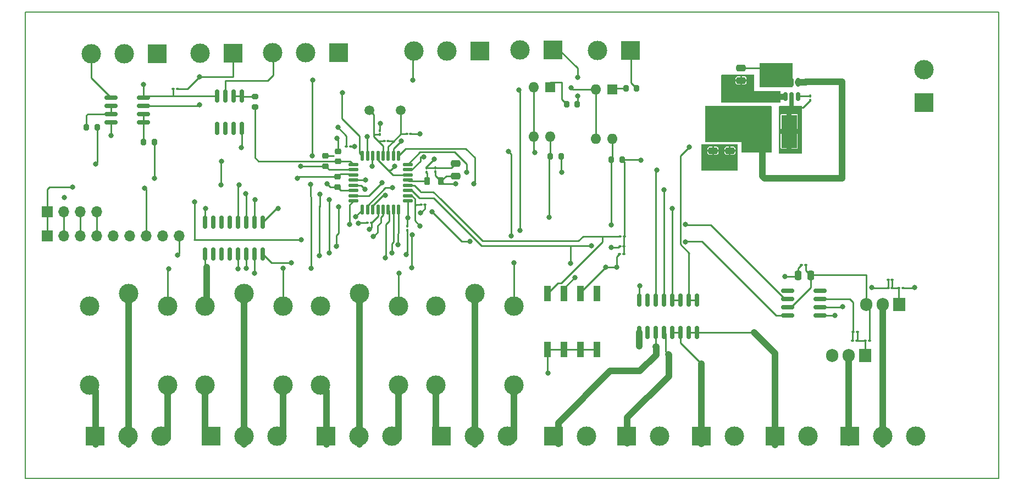
<source format=gbr>
%TF.GenerationSoftware,KiCad,Pcbnew,(6.0.6)*%
%TF.CreationDate,2022-07-22T23:00:37-04:00*%
%TF.ProjectId,Proyecto,50726f79-6563-4746-9f2e-6b696361645f,rev?*%
%TF.SameCoordinates,Original*%
%TF.FileFunction,Copper,L1,Top*%
%TF.FilePolarity,Positive*%
%FSLAX46Y46*%
G04 Gerber Fmt 4.6, Leading zero omitted, Abs format (unit mm)*
G04 Created by KiCad (PCBNEW (6.0.6)) date 2022-07-22 23:00:37*
%MOMM*%
%LPD*%
G01*
G04 APERTURE LIST*
G04 Aperture macros list*
%AMRoundRect*
0 Rectangle with rounded corners*
0 $1 Rounding radius*
0 $2 $3 $4 $5 $6 $7 $8 $9 X,Y pos of 4 corners*
0 Add a 4 corners polygon primitive as box body*
4,1,4,$2,$3,$4,$5,$6,$7,$8,$9,$2,$3,0*
0 Add four circle primitives for the rounded corners*
1,1,$1+$1,$2,$3*
1,1,$1+$1,$4,$5*
1,1,$1+$1,$6,$7*
1,1,$1+$1,$8,$9*
0 Add four rect primitives between the rounded corners*
20,1,$1+$1,$2,$3,$4,$5,0*
20,1,$1+$1,$4,$5,$6,$7,0*
20,1,$1+$1,$6,$7,$8,$9,0*
20,1,$1+$1,$8,$9,$2,$3,0*%
G04 Aperture macros list end*
%TA.AperFunction,NonConductor*%
%ADD10C,0.200000*%
%TD*%
%TA.AperFunction,ComponentPad*%
%ADD11R,3.000000X3.000000*%
%TD*%
%TA.AperFunction,ComponentPad*%
%ADD12C,3.000000*%
%TD*%
%TA.AperFunction,ComponentPad*%
%ADD13R,1.905000X2.000000*%
%TD*%
%TA.AperFunction,ComponentPad*%
%ADD14O,1.905000X2.000000*%
%TD*%
%TA.AperFunction,SMDPad,CuDef*%
%ADD15RoundRect,0.100000X0.130000X0.100000X-0.130000X0.100000X-0.130000X-0.100000X0.130000X-0.100000X0*%
%TD*%
%TA.AperFunction,ComponentPad*%
%ADD16R,1.700000X1.700000*%
%TD*%
%TA.AperFunction,ComponentPad*%
%ADD17O,1.700000X1.700000*%
%TD*%
%TA.AperFunction,SMDPad,CuDef*%
%ADD18RoundRect,0.150000X0.825000X0.150000X-0.825000X0.150000X-0.825000X-0.150000X0.825000X-0.150000X0*%
%TD*%
%TA.AperFunction,SMDPad,CuDef*%
%ADD19RoundRect,0.150000X-0.150000X0.825000X-0.150000X-0.825000X0.150000X-0.825000X0.150000X0.825000X0*%
%TD*%
%TA.AperFunction,SMDPad,CuDef*%
%ADD20R,1.120000X2.440000*%
%TD*%
%TA.AperFunction,SMDPad,CuDef*%
%ADD21RoundRect,0.100000X-0.130000X-0.100000X0.130000X-0.100000X0.130000X0.100000X-0.130000X0.100000X0*%
%TD*%
%TA.AperFunction,SMDPad,CuDef*%
%ADD22RoundRect,0.225000X0.250000X-0.225000X0.250000X0.225000X-0.250000X0.225000X-0.250000X-0.225000X0*%
%TD*%
%TA.AperFunction,SMDPad,CuDef*%
%ADD23RoundRect,0.150000X-0.150000X0.512500X-0.150000X-0.512500X0.150000X-0.512500X0.150000X0.512500X0*%
%TD*%
%TA.AperFunction,SMDPad,CuDef*%
%ADD24RoundRect,0.100000X-0.100000X0.130000X-0.100000X-0.130000X0.100000X-0.130000X0.100000X0.130000X0*%
%TD*%
%TA.AperFunction,SMDPad,CuDef*%
%ADD25RoundRect,0.200000X-0.200000X-0.275000X0.200000X-0.275000X0.200000X0.275000X-0.200000X0.275000X0*%
%TD*%
%TA.AperFunction,SMDPad,CuDef*%
%ADD26RoundRect,0.218750X0.218750X0.381250X-0.218750X0.381250X-0.218750X-0.381250X0.218750X-0.381250X0*%
%TD*%
%TA.AperFunction,SMDPad,CuDef*%
%ADD27R,2.350000X5.100000*%
%TD*%
%TA.AperFunction,SMDPad,CuDef*%
%ADD28RoundRect,0.250000X-0.475000X0.250000X-0.475000X-0.250000X0.475000X-0.250000X0.475000X0.250000X0*%
%TD*%
%TA.AperFunction,SMDPad,CuDef*%
%ADD29RoundRect,0.200000X0.200000X0.275000X-0.200000X0.275000X-0.200000X-0.275000X0.200000X-0.275000X0*%
%TD*%
%TA.AperFunction,SMDPad,CuDef*%
%ADD30RoundRect,0.125000X-0.625000X-0.125000X0.625000X-0.125000X0.625000X0.125000X-0.625000X0.125000X0*%
%TD*%
%TA.AperFunction,SMDPad,CuDef*%
%ADD31RoundRect,0.125000X-0.125000X-0.625000X0.125000X-0.625000X0.125000X0.625000X-0.125000X0.625000X0*%
%TD*%
%TA.AperFunction,ComponentPad*%
%ADD32C,1.500000*%
%TD*%
%TA.AperFunction,SMDPad,CuDef*%
%ADD33RoundRect,0.100000X0.100000X-0.130000X0.100000X0.130000X-0.100000X0.130000X-0.100000X-0.130000X0*%
%TD*%
%TA.AperFunction,SMDPad,CuDef*%
%ADD34RoundRect,0.250000X0.475000X-0.250000X0.475000X0.250000X-0.475000X0.250000X-0.475000X-0.250000X0*%
%TD*%
%TA.AperFunction,ComponentPad*%
%ADD35R,1.600000X1.600000*%
%TD*%
%TA.AperFunction,ComponentPad*%
%ADD36O,1.600000X1.600000*%
%TD*%
%TA.AperFunction,SMDPad,CuDef*%
%ADD37RoundRect,0.200000X-0.275000X0.200000X-0.275000X-0.200000X0.275000X-0.200000X0.275000X0.200000X0*%
%TD*%
%TA.AperFunction,SMDPad,CuDef*%
%ADD38RoundRect,0.225000X-0.250000X0.225000X-0.250000X-0.225000X0.250000X-0.225000X0.250000X0.225000X0*%
%TD*%
%TA.AperFunction,SMDPad,CuDef*%
%ADD39RoundRect,0.250000X-0.250000X-0.475000X0.250000X-0.475000X0.250000X0.475000X-0.250000X0.475000X0*%
%TD*%
%TA.AperFunction,SMDPad,CuDef*%
%ADD40RoundRect,0.150000X-0.825000X-0.150000X0.825000X-0.150000X0.825000X0.150000X-0.825000X0.150000X0*%
%TD*%
%TA.AperFunction,ViaPad*%
%ADD41C,0.800000*%
%TD*%
%TA.AperFunction,Conductor*%
%ADD42C,0.250000*%
%TD*%
%TA.AperFunction,Conductor*%
%ADD43C,1.016000*%
%TD*%
%TA.AperFunction,Conductor*%
%ADD44C,0.889000*%
%TD*%
%TA.AperFunction,Conductor*%
%ADD45C,0.254000*%
%TD*%
%TA.AperFunction,Conductor*%
%ADD46C,0.635000*%
%TD*%
G04 APERTURE END LIST*
D10*
X74776382Y-44995000D02*
X224776382Y-44995000D01*
X224776382Y-44995000D02*
X224776382Y-116995000D01*
X224776382Y-116995000D02*
X74776382Y-116995000D01*
X74776382Y-116995000D02*
X74776382Y-44995000D01*
D11*
%TO.P,J3,1,Pin_1*%
%TO.N,Net-(J3-Pad1)*%
X201776382Y-110475000D03*
D12*
%TO.P,J3,2,Pin_2*%
%TO.N,Net-(J3-Pad2)*%
X206856382Y-110475000D03*
%TO.P,J3,3,Pin_3*%
%TO.N,GND*%
X211936382Y-110475000D03*
%TD*%
D13*
%TO.P,Q1,1,G*%
%TO.N,Net-(Q1-Pad1)*%
X204156382Y-97950000D03*
D14*
%TO.P,Q1,2,D*%
%TO.N,Net-(J3-Pad1)*%
X201616382Y-97950000D03*
%TO.P,Q1,3,S*%
%TO.N,GND*%
X199076382Y-97950000D03*
%TD*%
D11*
%TO.P,J4,1,Pin_1*%
%TO.N,Net-(J4-Pad1)*%
X138876382Y-110425000D03*
D12*
%TO.P,J4,2,Pin_2*%
%TO.N,Net-(J4-Pad2)*%
X143956382Y-110425000D03*
%TO.P,J4,3,Pin_3*%
%TO.N,Net-(J4-Pad3)*%
X149036382Y-110425000D03*
%TD*%
D15*
%TO.P,R11,1*%
%TO.N,Reset_pin*%
X124926382Y-65750000D03*
%TO.P,R11,2*%
%TO.N,+5V*%
X124286382Y-65750000D03*
%TD*%
D16*
%TO.P,J13,1,Pin_1*%
%TO.N,+5V*%
X78206382Y-75825000D03*
D17*
%TO.P,J13,2,Pin_2*%
%TO.N,GND*%
X80746382Y-75825000D03*
%TO.P,J13,3,Pin_3*%
%TO.N,SDA*%
X83286382Y-75825000D03*
%TO.P,J13,4,Pin_4*%
%TO.N,SCL*%
X85826382Y-75825000D03*
%TD*%
D18*
%TO.P,U7,1*%
%TO.N,Net-(R7-Pad1)*%
X93006382Y-62030000D03*
%TO.P,U7,2,-*%
X93006382Y-60760000D03*
%TO.P,U7,3,+*%
%TO.N,Net-(J18-Pad1)*%
X93006382Y-59490000D03*
%TO.P,U7,4,V-*%
%TO.N,GND*%
X93006382Y-58220000D03*
%TO.P,U7,5,+*%
%TO.N,Net-(J9-Pad3)*%
X88056382Y-58220000D03*
%TO.P,U7,6,-*%
%TO.N,Net-(R2-Pad1)*%
X88056382Y-59490000D03*
%TO.P,U7,7*%
X88056382Y-60760000D03*
%TO.P,U7,8,V+*%
%TO.N,+5V*%
X88056382Y-62030000D03*
%TD*%
D19*
%TO.P,U1,1,I1*%
%TO.N,Rele1*%
X111401382Y-77400000D03*
%TO.P,U1,2,I2*%
%TO.N,Rele2*%
X110131382Y-77400000D03*
%TO.P,U1,3,I3*%
%TO.N,Rele3*%
X108861382Y-77400000D03*
%TO.P,U1,4,I4*%
%TO.N,Rele4*%
X107591382Y-77400000D03*
%TO.P,U1,5,I5*%
%TO.N,unconnected-(U1-Pad5)*%
X106321382Y-77400000D03*
%TO.P,U1,6,I6*%
%TO.N,unconnected-(U1-Pad6)*%
X105051382Y-77400000D03*
%TO.P,U1,7,I7*%
%TO.N,unconnected-(U1-Pad7)*%
X103781382Y-77400000D03*
%TO.P,U1,8,GND*%
%TO.N,GND*%
X102511382Y-77400000D03*
%TO.P,U1,9,COM*%
%TO.N,+12V*%
X102511382Y-82350000D03*
%TO.P,U1,10,O7*%
%TO.N,unconnected-(U1-Pad10)*%
X103781382Y-82350000D03*
%TO.P,U1,11,O6*%
%TO.N,unconnected-(U1-Pad11)*%
X105051382Y-82350000D03*
%TO.P,U1,12,O5*%
%TO.N,unconnected-(U1-Pad12)*%
X106321382Y-82350000D03*
%TO.P,U1,13,O4*%
%TO.N,Net-(K1-PadA2)*%
X107591382Y-82350000D03*
%TO.P,U1,14,O3*%
%TO.N,Net-(K4-PadA2)*%
X108861382Y-82350000D03*
%TO.P,U1,15,O2*%
%TO.N,Net-(K3-PadA2)*%
X110131382Y-82350000D03*
%TO.P,U1,16,O1*%
%TO.N,Net-(K2-PadA2)*%
X111401382Y-82350000D03*
%TD*%
D20*
%TO.P,SW1,1*%
%TO.N,GND*%
X155271382Y-97060000D03*
%TO.P,SW1,2*%
X157811382Y-97060000D03*
%TO.P,SW1,3*%
X160351382Y-97060000D03*
%TO.P,SW1,4*%
X162891382Y-97060000D03*
%TO.P,SW1,5*%
%TO.N,unconnected-(SW1-Pad5)*%
X162891382Y-88450000D03*
%TO.P,SW1,6*%
%TO.N,Digital_1*%
X160351382Y-88450000D03*
%TO.P,SW1,7*%
%TO.N,Digital*%
X157811382Y-88450000D03*
%TO.P,SW1,8*%
%TO.N,ADC*%
X155271382Y-88450000D03*
%TD*%
D21*
%TO.P,R16,1*%
%TO.N,Net-(U2-Pad7)*%
X202336382Y-94325000D03*
%TO.P,R16,2*%
%TO.N,Net-(Q1-Pad1)*%
X202976382Y-94325000D03*
%TD*%
D11*
%TO.P,J5,1,Pin_1*%
%TO.N,GND*%
X123081382Y-51250000D03*
D12*
%TO.P,J5,2,Pin_2*%
%TO.N,+5V*%
X118001382Y-51250000D03*
%TO.P,J5,3,Pin_3*%
%TO.N,Net-(J5-Pad3)*%
X112921382Y-51250000D03*
%TD*%
D22*
%TO.P,C6,1*%
%TO.N,PH*%
X121081382Y-68750000D03*
%TO.P,C6,2*%
%TO.N,GND*%
X121081382Y-67200000D03*
%TD*%
D21*
%TO.P,R14,1*%
%TO.N,Net-(U2-Pad5)*%
X207711382Y-87550000D03*
%TO.P,R14,2*%
%TO.N,Net-(Q2-Pad1)*%
X208351382Y-87550000D03*
%TD*%
D15*
%TO.P,R12,1*%
%TO.N,+5V*%
X167051382Y-81150000D03*
%TO.P,R12,2*%
%TO.N,Digital*%
X166411382Y-81150000D03*
%TD*%
%TO.P,R10,1*%
%TO.N,BKGD_PIN*%
X128126382Y-77500000D03*
%TO.P,R10,2*%
%TO.N,+5V*%
X127486382Y-77500000D03*
%TD*%
D23*
%TO.P,U3,1,FB*%
%TO.N,+5V*%
X193816382Y-55787500D03*
%TO.P,U3,2,EN*%
%TO.N,+12V*%
X192866382Y-55787500D03*
%TO.P,U3,3,IN*%
X191916382Y-55787500D03*
%TO.P,U3,4,GND*%
%TO.N,GND*%
X191916382Y-58062500D03*
%TO.P,U3,5,SW*%
%TO.N,/SW*%
X192866382Y-58062500D03*
%TO.P,U3,6,BST*%
%TO.N,Net-(C3-Pad2)*%
X193816382Y-58062500D03*
%TD*%
D11*
%TO.P,J15,1,Pin_1*%
%TO.N,Net-(J15-Pad1)*%
X156166382Y-110425000D03*
D12*
%TO.P,J15,2,Pin_2*%
%TO.N,+12V*%
X161246382Y-110425000D03*
%TD*%
D11*
%TO.P,J2,1,Pin_1*%
%TO.N,Net-(J2-Pad1)*%
X85551382Y-110475000D03*
D12*
%TO.P,J2,2,Pin_2*%
%TO.N,Net-(J2-Pad2)*%
X90631382Y-110475000D03*
%TO.P,J2,3,Pin_3*%
%TO.N,Net-(J2-Pad3)*%
X95711382Y-110475000D03*
%TD*%
D11*
%TO.P,J9,1,Pin_1*%
%TO.N,GND*%
X95156382Y-51425000D03*
D12*
%TO.P,J9,2,Pin_2*%
%TO.N,+5V*%
X90076382Y-51425000D03*
%TO.P,J9,3,Pin_3*%
%TO.N,Net-(J9-Pad3)*%
X84996382Y-51425000D03*
%TD*%
D24*
%TO.P,C15,1*%
%TO.N,Nivel_alto*%
X133631382Y-78030000D03*
%TO.P,C15,2*%
%TO.N,GND*%
X133631382Y-78670000D03*
%TD*%
D25*
%TO.P,R6,1*%
%TO.N,Net-(R6-Pad1)*%
X158206382Y-59225000D03*
%TO.P,R6,2*%
%TO.N,Net-(J17-Pad1)*%
X159856382Y-59225000D03*
%TD*%
D26*
%TO.P,L2,1,1*%
%TO.N,+5V*%
X138858882Y-71085000D03*
%TO.P,L2,2,2*%
%TO.N,Net-(C11-Pad2)*%
X136733882Y-71085000D03*
%TD*%
D15*
%TO.P,C8,1*%
%TO.N,GND*%
X134201382Y-63800000D03*
%TO.P,C8,2*%
%TO.N,Net-(C8-Pad2)*%
X133561382Y-63800000D03*
%TD*%
D11*
%TO.P,J7,1,Pin_1*%
%TO.N,Net-(J7-Pad1)*%
X103401382Y-110425000D03*
D12*
%TO.P,J7,2,Pin_2*%
%TO.N,Net-(J7-Pad2)*%
X108481382Y-110425000D03*
%TO.P,J7,3,Pin_3*%
%TO.N,Net-(J7-Pad3)*%
X113561382Y-110425000D03*
%TD*%
D13*
%TO.P,Q2,1,G*%
%TO.N,Net-(Q2-Pad1)*%
X209446382Y-90105000D03*
D14*
%TO.P,Q2,2,D*%
%TO.N,Net-(J3-Pad2)*%
X206906382Y-90105000D03*
%TO.P,Q2,3,S*%
%TO.N,GND*%
X204366382Y-90105000D03*
%TD*%
D12*
%TO.P,K2,11*%
%TO.N,Net-(J4-Pad2)*%
X144061382Y-88380000D03*
%TO.P,K2,12*%
%TO.N,Net-(J4-Pad3)*%
X150061382Y-102580000D03*
%TO.P,K2,14*%
%TO.N,Net-(J4-Pad1)*%
X138061382Y-102580000D03*
%TO.P,K2,A1*%
%TO.N,+12V*%
X138061382Y-90380000D03*
%TO.P,K2,A2*%
%TO.N,Net-(K2-PadA2)*%
X150061382Y-90380000D03*
%TD*%
D27*
%TO.P,L1,1,1*%
%TO.N,/SW*%
X192491382Y-63410000D03*
%TO.P,L1,2,2*%
%TO.N,+5V*%
X188341382Y-63410000D03*
%TD*%
D12*
%TO.P,K3,11*%
%TO.N,Net-(J6-Pad2)*%
X126281382Y-88380000D03*
%TO.P,K3,12*%
%TO.N,Net-(J6-Pad3)*%
X132281382Y-102580000D03*
%TO.P,K3,14*%
%TO.N,Net-(J6-Pad1)*%
X120281382Y-102580000D03*
%TO.P,K3,A1*%
%TO.N,+12V*%
X120281382Y-90380000D03*
%TO.P,K3,A2*%
%TO.N,Net-(K3-PadA2)*%
X132281382Y-90380000D03*
%TD*%
D11*
%TO.P,J16,1,Pin_1*%
%TO.N,Net-(J16-Pad1)*%
X168046382Y-50900000D03*
D12*
%TO.P,J16,2,Pin_2*%
%TO.N,+5V*%
X162966382Y-50900000D03*
%TD*%
%TO.P,K4,11*%
%TO.N,Net-(J7-Pad2)*%
X108501382Y-88380000D03*
%TO.P,K4,12*%
%TO.N,Net-(J7-Pad3)*%
X114501382Y-102580000D03*
%TO.P,K4,14*%
%TO.N,Net-(J7-Pad1)*%
X102501382Y-102580000D03*
%TO.P,K4,A1*%
%TO.N,+12V*%
X102501382Y-90380000D03*
%TO.P,K4,A2*%
%TO.N,Net-(K4-PadA2)*%
X114501382Y-90380000D03*
%TD*%
D11*
%TO.P,J17,1,Pin_1*%
%TO.N,Net-(J17-Pad1)*%
X156056382Y-50850000D03*
D12*
%TO.P,J17,2,Pin_2*%
%TO.N,+5V*%
X150976382Y-50850000D03*
%TD*%
D21*
%TO.P,R8,1*%
%TO.N,Net-(C9-Pad2)*%
X130086382Y-64850000D03*
%TO.P,R8,2*%
%TO.N,Net-(C8-Pad2)*%
X130726382Y-64850000D03*
%TD*%
D28*
%TO.P,C5,1*%
%TO.N,+5V*%
X180756382Y-64475000D03*
%TO.P,C5,2*%
%TO.N,GND*%
X180756382Y-66375000D03*
%TD*%
%TO.P,C4,1*%
%TO.N,+5V*%
X183356382Y-64465000D03*
%TO.P,C4,2*%
%TO.N,GND*%
X183356382Y-66365000D03*
%TD*%
D11*
%TO.P,J14,1,Pin_1*%
%TO.N,Net-(J14-Pad1)*%
X167466382Y-110475000D03*
D12*
%TO.P,J14,2,Pin_2*%
%TO.N,+12V*%
X172546382Y-110475000D03*
%TD*%
D19*
%TO.P,U6,1*%
%TO.N,Net-(R1-Pad1)*%
X108161382Y-57950000D03*
%TO.P,U6,2,-*%
X106891382Y-57950000D03*
%TO.P,U6,3,+*%
%TO.N,Net-(J5-Pad3)*%
X105621382Y-57950000D03*
%TO.P,U6,4,V-*%
%TO.N,GND*%
X104351382Y-57950000D03*
%TO.P,U6,5,+*%
%TO.N,unconnected-(U6-Pad5)*%
X104351382Y-62900000D03*
%TO.P,U6,6,-*%
%TO.N,unconnected-(U6-Pad6)*%
X105621382Y-62900000D03*
%TO.P,U6,7*%
%TO.N,unconnected-(U6-Pad7)*%
X106891382Y-62900000D03*
%TO.P,U6,8,V+*%
%TO.N,+5V*%
X108161382Y-62900000D03*
%TD*%
D24*
%TO.P,C10,1*%
%TO.N,GND*%
X137996382Y-69015000D03*
%TO.P,C10,2*%
%TO.N,+5V*%
X137996382Y-69655000D03*
%TD*%
D29*
%TO.P,R4,1*%
%TO.N,+5V*%
X157356382Y-67250000D03*
%TO.P,R4,2*%
%TO.N,Nivel_alto*%
X155706382Y-67250000D03*
%TD*%
D11*
%TO.P,J11,1,Pin_1*%
%TO.N,Net-(J11-Pad1)*%
X190291382Y-110425000D03*
D12*
%TO.P,J11,2,Pin_2*%
%TO.N,+12V*%
X195371382Y-110425000D03*
%TD*%
D24*
%TO.P,C11,1*%
%TO.N,GND*%
X136596382Y-69040000D03*
%TO.P,C11,2*%
%TO.N,Net-(C11-Pad2)*%
X136596382Y-69680000D03*
%TD*%
D30*
%TO.P,IC1,1,PTC2*%
%TO.N,TDS*%
X125356382Y-68525000D03*
%TO.P,IC1,2,PTC3*%
%TO.N,PH*%
X125356382Y-69325000D03*
%TO.P,IC1,3,PTC4*%
%TO.N,ldr*%
X125356382Y-70125000D03*
%TO.P,IC1,4,PTC5*%
%TO.N,DHt11*%
X125356382Y-70925000D03*
%TO.P,IC1,5,PTC6*%
%TO.N,Digital_1*%
X125356382Y-71725000D03*
%TO.P,IC1,6,VSS*%
%TO.N,GND*%
X125356382Y-72525000D03*
%TO.P,IC1,7,VDD*%
%TO.N,+5V*%
X125356382Y-73325000D03*
%TO.P,IC1,8,PTA0*%
%TO.N,TX*%
X125356382Y-74125000D03*
D31*
%TO.P,IC1,9,PTA1*%
%TO.N,RX*%
X126731382Y-75500000D03*
%TO.P,IC1,10,PTA2*%
%TO.N,SDA*%
X127531382Y-75500000D03*
%TO.P,IC1,11,PTA3*%
%TO.N,SCL*%
X128331382Y-75500000D03*
%TO.P,IC1,12,PTF1/~{RESET}*%
%TO.N,BKGD_PIN*%
X129131382Y-75500000D03*
%TO.P,IC1,13,PTA4*%
%TO.N,Rele4*%
X129931382Y-75500000D03*
%TO.P,IC1,14,PTA5*%
%TO.N,Rele3*%
X130731382Y-75500000D03*
%TO.P,IC1,15,PTA6*%
%TO.N,Rele2*%
X131531382Y-75500000D03*
%TO.P,IC1,16,PTA7*%
%TO.N,Rele1*%
X132331382Y-75500000D03*
D30*
%TO.P,IC1,17,PTB0*%
%TO.N,Nivel_alto*%
X133706382Y-74125000D03*
%TO.P,IC1,18,PTB1*%
%TO.N,Nivel_bajo*%
X133706382Y-73325000D03*
%TO.P,IC1,19,PTB2*%
%TO.N,Digital*%
X133706382Y-72525000D03*
%TO.P,IC1,20,PTB3*%
%TO.N,ADC*%
X133706382Y-71725000D03*
%TO.P,IC1,21,VDDA/VREFH*%
%TO.N,Net-(C11-Pad2)*%
X133706382Y-70925000D03*
%TO.P,IC1,22,VSSA/VREFL*%
%TO.N,GND*%
X133706382Y-70125000D03*
%TO.P,IC1,23,PTB4*%
%TO.N,Aux2*%
X133706382Y-69325000D03*
%TO.P,IC1,24,PTB5*%
%TO.N,Aux1*%
X133706382Y-68525000D03*
D31*
%TO.P,IC1,25,PTB6*%
%TO.N,Bomba2*%
X132331382Y-67150000D03*
%TO.P,IC1,26,PTB7*%
%TO.N,Bomba1*%
X131531382Y-67150000D03*
%TO.P,IC1,27,PTE5/XTAL*%
%TO.N,Net-(C8-Pad2)*%
X130731382Y-67150000D03*
%TO.P,IC1,28,PTE6/EXTAL*%
%TO.N,Net-(C9-Pad2)*%
X129931382Y-67150000D03*
%TO.P,IC1,29,VSS*%
%TO.N,GND*%
X129131382Y-67150000D03*
%TO.P,IC1,30,PTF0/BKGD/MS*%
%TO.N,Reset_pin*%
X128331382Y-67150000D03*
%TO.P,IC1,31,PTC0*%
%TO.N,luz b*%
X127531382Y-67150000D03*
%TO.P,IC1,32,PTC1*%
%TO.N,luz a*%
X126731382Y-67150000D03*
%TD*%
D15*
%TO.P,R20,1*%
%TO.N,Net-(J18-Pad1)*%
X98251382Y-56825000D03*
%TO.P,R20,2*%
%TO.N,GND*%
X97611382Y-56825000D03*
%TD*%
D16*
%TO.P,J1,1,Pin_1*%
%TO.N,+5V*%
X78206382Y-79500000D03*
D17*
%TO.P,J1,2,Pin_2*%
%TO.N,GND*%
X80746382Y-79500000D03*
%TO.P,J1,3,Pin_3*%
%TO.N,SDA*%
X83286382Y-79500000D03*
%TO.P,J1,4,Pin_4*%
%TO.N,SCL*%
X85826382Y-79500000D03*
%TO.P,J1,5,Pin_5*%
%TO.N,RX*%
X88366382Y-79500000D03*
%TO.P,J1,6,Pin_6*%
%TO.N,TX*%
X90906382Y-79500000D03*
%TO.P,J1,7,Pin_7*%
%TO.N,Reset_pin*%
X93446382Y-79500000D03*
%TO.P,J1,8,Pin_8*%
%TO.N,BKGD_PIN*%
X95986382Y-79500000D03*
%TO.P,J1,9,Pin_9*%
%TO.N,GND*%
X98526382Y-79500000D03*
%TD*%
D21*
%TO.P,C13,1*%
%TO.N,+12V*%
X194386382Y-84000000D03*
%TO.P,C13,2*%
%TO.N,GND*%
X195026382Y-84000000D03*
%TD*%
D32*
%TO.P,Y1,1,1*%
%TO.N,Net-(C9-Pad2)*%
X127781382Y-60100000D03*
%TO.P,Y1,2,2*%
%TO.N,Net-(C8-Pad2)*%
X132661382Y-60100000D03*
%TD*%
D15*
%TO.P,R13,1*%
%TO.N,+5V*%
X167001382Y-82300000D03*
%TO.P,R13,2*%
%TO.N,Digital_1*%
X166361382Y-82300000D03*
%TD*%
D12*
%TO.P,K1,11*%
%TO.N,Net-(J2-Pad2)*%
X90721382Y-88380000D03*
%TO.P,K1,12*%
%TO.N,Net-(J2-Pad3)*%
X96721382Y-102580000D03*
%TO.P,K1,14*%
%TO.N,Net-(J2-Pad1)*%
X84721382Y-102580000D03*
%TO.P,K1,A1*%
%TO.N,+12V*%
X84721382Y-90380000D03*
%TO.P,K1,A2*%
%TO.N,Net-(K1-PadA2)*%
X96721382Y-90380000D03*
%TD*%
D33*
%TO.P,C3,1*%
%TO.N,/SW*%
X195750382Y-58614000D03*
%TO.P,C3,2*%
%TO.N,Net-(C3-Pad2)*%
X195750382Y-57974000D03*
%TD*%
D34*
%TO.P,RV2,1*%
%TO.N,+5V*%
X141071382Y-70285000D03*
%TO.P,RV2,2*%
%TO.N,GND*%
X141071382Y-68385000D03*
%TD*%
D19*
%TO.P,U8,1,I1*%
%TO.N,Bomba1*%
X178301382Y-89450000D03*
%TO.P,U8,2,I2*%
X177031382Y-89450000D03*
%TO.P,U8,3,I3*%
%TO.N,Bomba2*%
X175761382Y-89450000D03*
%TO.P,U8,4,I4*%
X174491382Y-89450000D03*
%TO.P,U8,5,I5*%
%TO.N,Aux1*%
X173221382Y-89450000D03*
%TO.P,U8,6,I6*%
%TO.N,Aux2*%
X171951382Y-89450000D03*
%TO.P,U8,7,I7*%
%TO.N,unconnected-(U8-Pad7)*%
X170681382Y-89450000D03*
%TO.P,U8,8,GND*%
%TO.N,GND*%
X169411382Y-89450000D03*
%TO.P,U8,9,COM*%
%TO.N,+12V*%
X169411382Y-94400000D03*
%TO.P,U8,10,O7*%
%TO.N,unconnected-(U8-Pad10)*%
X170681382Y-94400000D03*
%TO.P,U8,11,O6*%
%TO.N,Net-(J15-Pad1)*%
X171951382Y-94400000D03*
%TO.P,U8,12,O5*%
%TO.N,Net-(J14-Pad1)*%
X173221382Y-94400000D03*
%TO.P,U8,13,O4*%
%TO.N,Net-(J12-Pad1)*%
X174491382Y-94400000D03*
%TO.P,U8,14,O3*%
X175761382Y-94400000D03*
%TO.P,U8,15,O2*%
%TO.N,Net-(J11-Pad1)*%
X177031382Y-94400000D03*
%TO.P,U8,16,O1*%
X178301382Y-94400000D03*
%TD*%
D21*
%TO.P,R18,1*%
%TO.N,Net-(Q2-Pad1)*%
X209381382Y-87550000D03*
%TO.P,R18,2*%
%TO.N,GND*%
X210021382Y-87550000D03*
%TD*%
D35*
%TO.P,U4,1*%
%TO.N,Net-(R5-Pad1)*%
X165231382Y-56925000D03*
D36*
%TO.P,U4,2*%
%TO.N,GND*%
X162691382Y-56925000D03*
%TO.P,U4,3*%
X162691382Y-64545000D03*
%TO.P,U4,4*%
%TO.N,Nivel_bajo*%
X165231382Y-64545000D03*
%TD*%
D37*
%TO.P,R1,1*%
%TO.N,Net-(R1-Pad1)*%
X110206382Y-58000000D03*
%TO.P,R1,2*%
%TO.N,TDS*%
X110206382Y-59650000D03*
%TD*%
D11*
%TO.P,J18,1,Pin_1*%
%TO.N,Net-(J18-Pad1)*%
X106856382Y-51350000D03*
D12*
%TO.P,J18,2,Pin_2*%
%TO.N,+5V*%
X101776382Y-51350000D03*
%TD*%
D29*
%TO.P,R3,1*%
%TO.N,+5V*%
X166756382Y-67800000D03*
%TO.P,R3,2*%
%TO.N,Nivel_bajo*%
X165106382Y-67800000D03*
%TD*%
D28*
%TO.P,C1,1*%
%TO.N,+12V*%
X185082382Y-53631000D03*
%TO.P,C1,2*%
%TO.N,GND*%
X185082382Y-55531000D03*
%TD*%
D11*
%TO.P,J8,1,Pin_1*%
%TO.N,+12V*%
X213276382Y-58965000D03*
D12*
%TO.P,J8,2,Pin_2*%
%TO.N,GND*%
X213276382Y-53885000D03*
%TD*%
D38*
%TO.P,C7,1*%
%TO.N,ldr*%
X122906382Y-70425000D03*
%TO.P,C7,2*%
%TO.N,GND*%
X122906382Y-71975000D03*
%TD*%
D11*
%TO.P,J10,1,Pin_1*%
%TO.N,GND*%
X144831382Y-50975000D03*
D12*
%TO.P,J10,2,Pin_2*%
%TO.N,+5V*%
X139751382Y-50975000D03*
%TO.P,J10,3,Pin_3*%
%TO.N,DHt11*%
X134671382Y-50975000D03*
%TD*%
D25*
%TO.P,R5,1*%
%TO.N,Net-(R5-Pad1)*%
X167356382Y-56775000D03*
%TO.P,R5,2*%
%TO.N,Net-(J16-Pad1)*%
X169006382Y-56775000D03*
%TD*%
D21*
%TO.P,R19,1*%
%TO.N,Net-(Q1-Pad1)*%
X204211382Y-95725000D03*
%TO.P,R19,2*%
%TO.N,GND*%
X204851382Y-95725000D03*
%TD*%
D25*
%TO.P,R2,1*%
%TO.N,Net-(R2-Pad1)*%
X84231382Y-62800000D03*
%TO.P,R2,2*%
%TO.N,PH*%
X85881382Y-62800000D03*
%TD*%
D24*
%TO.P,C9,1*%
%TO.N,GND*%
X129456382Y-63255000D03*
%TO.P,C9,2*%
%TO.N,Net-(C9-Pad2)*%
X129456382Y-63895000D03*
%TD*%
D15*
%TO.P,R9,1*%
%TO.N,+5V*%
X167076382Y-79575000D03*
%TO.P,R9,2*%
%TO.N,ADC*%
X166436382Y-79575000D03*
%TD*%
D39*
%TO.P,C12,1*%
%TO.N,+12V*%
X193881382Y-85600000D03*
%TO.P,C12,2*%
%TO.N,GND*%
X195781382Y-85600000D03*
%TD*%
D21*
%TO.P,R15,1*%
%TO.N,Net-(U2-Pad5)*%
X207731382Y-86275000D03*
%TO.P,R15,2*%
%TO.N,Net-(Q2-Pad1)*%
X208371382Y-86275000D03*
%TD*%
D25*
%TO.P,R7,1*%
%TO.N,Net-(R7-Pad1)*%
X93031382Y-65025000D03*
%TO.P,R7,2*%
%TO.N,ldr*%
X94681382Y-65025000D03*
%TD*%
D11*
%TO.P,J6,1,Pin_1*%
%TO.N,Net-(J6-Pad1)*%
X121101382Y-110475000D03*
D12*
%TO.P,J6,2,Pin_2*%
%TO.N,Net-(J6-Pad2)*%
X126181382Y-110475000D03*
%TO.P,J6,3,Pin_3*%
%TO.N,Net-(J6-Pad3)*%
X131261382Y-110475000D03*
%TD*%
D35*
%TO.P,U5,1*%
%TO.N,Net-(R6-Pad1)*%
X155706382Y-56600000D03*
D36*
%TO.P,U5,2*%
%TO.N,GND*%
X153166382Y-56600000D03*
%TO.P,U5,3*%
X153166382Y-64220000D03*
%TO.P,U5,4*%
%TO.N,Nivel_alto*%
X155706382Y-64220000D03*
%TD*%
D22*
%TO.P,C2,1*%
%TO.N,TDS*%
X123031382Y-68000000D03*
%TO.P,C2,2*%
%TO.N,GND*%
X123031382Y-66450000D03*
%TD*%
D21*
%TO.P,R17,1*%
%TO.N,Net-(U2-Pad7)*%
X202261382Y-95725000D03*
%TO.P,R17,2*%
%TO.N,Net-(Q1-Pad1)*%
X202901382Y-95725000D03*
%TD*%
D11*
%TO.P,J12,1,Pin_1*%
%TO.N,Net-(J12-Pad1)*%
X178941382Y-110475000D03*
D12*
%TO.P,J12,2,Pin_2*%
%TO.N,+12V*%
X184021382Y-110475000D03*
%TD*%
D40*
%TO.P,U2,1,NC*%
%TO.N,unconnected-(U2-Pad1)*%
X192281382Y-87970000D03*
%TO.P,U2,2,IN_A*%
%TO.N,luz a*%
X192281382Y-89240000D03*
%TO.P,U2,3,GND*%
%TO.N,GND*%
X192281382Y-90510000D03*
%TO.P,U2,4,IN_B*%
%TO.N,luz b*%
X192281382Y-91780000D03*
%TO.P,U2,5,OUT_B*%
%TO.N,Net-(U2-Pad5)*%
X197231382Y-91780000D03*
%TO.P,U2,6,V+*%
%TO.N,+12V*%
X197231382Y-90510000D03*
%TO.P,U2,7,OUT_A*%
%TO.N,Net-(U2-Pad7)*%
X197231382Y-89240000D03*
%TO.P,U2,8,NC*%
%TO.N,unconnected-(U2-Pad8)*%
X197231382Y-87970000D03*
%TD*%
D21*
%TO.P,C14,1*%
%TO.N,Nivel_bajo*%
X135736382Y-74725000D03*
%TO.P,C14,2*%
%TO.N,GND*%
X136376382Y-74725000D03*
%TD*%
D41*
%TO.N,+12V*%
X191686382Y-54393000D03*
X191831382Y-85825000D03*
X169356382Y-96675000D03*
X191686373Y-53393011D03*
X200756382Y-90475000D03*
X188686373Y-53393011D03*
X190686373Y-53393011D03*
X190686373Y-54393011D03*
X188718373Y-54393011D03*
X189686373Y-54393011D03*
X189686373Y-53393011D03*
%TO.N,GND*%
X155306382Y-100675000D03*
X133506382Y-82425000D03*
X185158382Y-57987000D03*
X181556382Y-67675000D03*
X121281382Y-71475000D03*
X183556382Y-67675000D03*
X181156382Y-68475000D03*
X180156382Y-68475000D03*
X182556382Y-67675000D03*
X135731382Y-75996500D03*
X182156382Y-68475000D03*
X129481382Y-62150000D03*
X122831382Y-64500000D03*
X182958382Y-57987000D03*
X80856382Y-73600000D03*
X131706382Y-68775000D03*
X184558382Y-57187000D03*
X180556382Y-67675000D03*
X183558382Y-57187000D03*
X135581382Y-63800000D03*
X184158382Y-57987000D03*
X211781382Y-87525000D03*
X185558382Y-57187000D03*
X169431382Y-87225000D03*
X93031382Y-56175000D03*
X183156382Y-68475000D03*
X153281382Y-66625000D03*
X102556382Y-75300000D03*
X158906382Y-56675000D03*
X137806382Y-67650000D03*
X98281382Y-82500000D03*
X186158382Y-57987000D03*
X179556382Y-67675000D03*
%TO.N,+5V*%
X184556382Y-62275000D03*
X169631382Y-67825000D03*
X108131382Y-65925000D03*
X181556382Y-60275000D03*
X185556382Y-60275000D03*
X129755330Y-71286010D03*
X126106382Y-77550000D03*
X87981382Y-64050000D03*
X183556382Y-62275000D03*
X185556382Y-62275000D03*
X182556382Y-60275000D03*
X180556382Y-61275000D03*
X183556382Y-60275000D03*
X181556382Y-62275000D03*
X185556382Y-61275000D03*
X180556382Y-60275000D03*
X181556382Y-61275000D03*
X184556382Y-60275000D03*
X182556382Y-61275000D03*
X157431382Y-69725000D03*
X183556382Y-61275000D03*
X180556382Y-62275000D03*
X182556382Y-62275000D03*
X184556382Y-61275000D03*
X141146382Y-71510000D03*
X82081382Y-72000000D03*
X122956382Y-62750000D03*
%TO.N,PH*%
X85631382Y-68450000D03*
X117256382Y-68778500D03*
%TO.N,ldr*%
X116731382Y-70600000D03*
X94731382Y-70600000D03*
%TO.N,Nivel_bajo*%
X135631382Y-77975000D03*
X165031382Y-77825000D03*
%TO.N,Nivel_alto*%
X133706382Y-76775000D03*
X155481382Y-76625000D03*
%TO.N,Digital*%
X159456382Y-85950000D03*
X158831382Y-83750000D03*
X161994365Y-81062017D03*
X165081382Y-81350000D03*
%TO.N,Digital_1*%
X127131382Y-72325000D03*
X143281382Y-80375000D03*
X165881382Y-84350000D03*
X164206382Y-84375000D03*
X137506382Y-75800000D03*
%TO.N,TX*%
X124731382Y-77768000D03*
%TO.N,RX*%
X125681146Y-76586132D03*
%TO.N,SDA*%
X100881382Y-74250000D03*
X117306382Y-80125000D03*
X131406382Y-72075000D03*
%TO.N,SCL*%
X130281382Y-73275000D03*
%TO.N,BKGD_PIN*%
X127856382Y-78546500D03*
%TO.N,Rele1*%
X122756382Y-81100000D03*
X123056382Y-75050000D03*
X132206382Y-80875000D03*
X113756382Y-75300500D03*
%TO.N,Rele2*%
X121656382Y-73975000D03*
X131281382Y-82150000D03*
X110231382Y-73950000D03*
X121631382Y-82150000D03*
%TO.N,Rele3*%
X108731382Y-73000000D03*
X120206382Y-73100000D03*
X120131382Y-82575000D03*
X130281382Y-82928500D03*
%TO.N,Rele4*%
X134431382Y-79350000D03*
X118781382Y-71575000D03*
X128431382Y-79650000D03*
X134356382Y-84478500D03*
X107731382Y-71675000D03*
X118856382Y-84500000D03*
%TO.N,Aux2*%
X172056382Y-69350000D03*
X136169365Y-67378500D03*
%TO.N,Aux1*%
X173181382Y-72425000D03*
X142806382Y-69724500D03*
%TO.N,Bomba2*%
X143931382Y-71525000D03*
X174491382Y-75290000D03*
%TO.N,Bomba1*%
X177056382Y-65825000D03*
X132731382Y-64900000D03*
%TO.N,Reset_pin*%
X93206382Y-72125000D03*
X105081382Y-68050000D03*
X128231382Y-68775000D03*
X125527882Y-65750000D03*
X104981382Y-71675000D03*
%TO.N,luz a*%
X176531382Y-77725000D03*
X150806382Y-57000000D03*
X123706382Y-57400000D03*
X150981382Y-78700000D03*
%TO.N,luz b*%
X127456382Y-64200000D03*
X149256382Y-66502500D03*
X176480882Y-80424517D03*
X149656382Y-79550000D03*
%TO.N,DHt11*%
X127256382Y-70875000D03*
X134531382Y-55500000D03*
X119006382Y-67200000D03*
X119081382Y-55500000D03*
X127256382Y-70875000D03*
%TO.N,Net-(J17-Pad1)*%
X159931382Y-57975000D03*
X159881382Y-55025000D03*
%TO.N,Net-(J18-Pad1)*%
X101656382Y-59300000D03*
X101656382Y-55000000D03*
%TO.N,Net-(K1-PadA2)*%
X96881382Y-84650000D03*
X107581382Y-84575000D03*
%TO.N,Net-(K2-PadA2)*%
X115781382Y-83700000D03*
X150061382Y-83695000D03*
%TO.N,Net-(K3-PadA2)*%
X132381382Y-85300000D03*
X110131382Y-85249500D03*
%TO.N,Net-(K4-PadA2)*%
X114531382Y-84500000D03*
X108831382Y-84525000D03*
%TO.N,Net-(U2-Pad5)*%
X199556382Y-91775000D03*
X205231382Y-87450000D03*
%TD*%
D42*
%TO.N,+12V*%
X102786382Y-90095000D02*
X102501382Y-90380000D01*
X102501382Y-89730000D02*
X102786382Y-89445000D01*
X102511382Y-82350000D02*
X102501382Y-82360000D01*
X169356382Y-96575000D02*
X169356382Y-96675000D01*
X102511382Y-84090000D02*
X102786382Y-84365000D01*
D43*
X102786382Y-89445000D02*
X102786382Y-84365000D01*
D42*
X197231382Y-90510000D02*
X200721382Y-90510000D01*
X193881382Y-84505000D02*
X194386382Y-84000000D01*
X185082382Y-53631000D02*
X188130382Y-53631000D01*
X102511382Y-82350000D02*
X102511382Y-84090000D01*
X102501382Y-90380000D02*
X102501382Y-89730000D01*
X193881382Y-85600000D02*
X193881382Y-84505000D01*
X191831382Y-85825000D02*
X193656382Y-85825000D01*
X200721382Y-90510000D02*
X200756382Y-90475000D01*
D43*
X169411369Y-94400007D02*
X169411369Y-96519992D01*
D42*
X169411382Y-96520000D02*
X169356382Y-96575000D01*
X193656382Y-85825000D02*
X193881382Y-85600000D01*
%TO.N,GND*%
X136621382Y-69015000D02*
X136596382Y-69040000D01*
X130712500Y-69393882D02*
X131087500Y-69393882D01*
X133761382Y-70180000D02*
X133706382Y-70125000D01*
X195026382Y-84000000D02*
X195026382Y-84845000D01*
X121781382Y-71975000D02*
X121281382Y-71475000D01*
X123456382Y-72525000D02*
X125356382Y-72525000D01*
X204366382Y-90105000D02*
X204366382Y-85560000D01*
X153166382Y-66510000D02*
X153281382Y-66625000D01*
X211756382Y-87550000D02*
X211781382Y-87525000D01*
X130637500Y-69318882D02*
X130712500Y-69393882D01*
X129131382Y-67150000D02*
X129131382Y-67812764D01*
X192281382Y-90510000D02*
X192734501Y-90510000D01*
X160351382Y-97060000D02*
X157811382Y-97060000D01*
X141071382Y-68385000D02*
X140441382Y-69015000D01*
X204851382Y-90590000D02*
X204366382Y-90105000D01*
X122906382Y-71975000D02*
X123456382Y-72525000D01*
X195856382Y-85525000D02*
X195781382Y-85600000D01*
X102511382Y-77400000D02*
X102511382Y-75345000D01*
D44*
X191686382Y-58062513D02*
X190529895Y-58062513D01*
D42*
X122906382Y-71975000D02*
X121781382Y-71975000D01*
X195781382Y-87463119D02*
X195781382Y-85600000D01*
X80746382Y-79500000D02*
X80746382Y-75825000D01*
X129456382Y-62175000D02*
X129481382Y-62150000D01*
X93276382Y-57950000D02*
X93006382Y-58220000D01*
X153166382Y-55825000D02*
X153166382Y-63445000D01*
X93006382Y-58220000D02*
X93006382Y-56200000D01*
X131443618Y-70125000D02*
X133706382Y-70125000D01*
X134201382Y-63800000D02*
X135581382Y-63800000D01*
X137996382Y-69015000D02*
X136621382Y-69015000D01*
X130712500Y-69393882D02*
X131443618Y-70125000D01*
X140441382Y-69015000D02*
X137996382Y-69015000D01*
X204331382Y-85525000D02*
X195856382Y-85525000D01*
X133631382Y-78670000D02*
X133631382Y-82300000D01*
X133631382Y-82300000D02*
X133506382Y-82425000D01*
X195026382Y-84845000D02*
X195781382Y-85600000D01*
X121081382Y-67200000D02*
X122281382Y-67200000D01*
X97611382Y-56825000D02*
X97611382Y-57920000D01*
X210021382Y-87550000D02*
X211756382Y-87550000D01*
X98526382Y-82255000D02*
X98281382Y-82500000D01*
X129456382Y-63255000D02*
X129456382Y-62175000D01*
X162691382Y-64545000D02*
X162691382Y-56925000D01*
X104351382Y-57950000D02*
X97581382Y-57950000D01*
X169411382Y-87245000D02*
X169431382Y-87225000D01*
X98526382Y-79500000D02*
X98526382Y-82255000D01*
X169411382Y-89450000D02*
X169411382Y-87245000D01*
X97611382Y-57920000D02*
X97581382Y-57950000D01*
X93006382Y-56200000D02*
X93031382Y-56175000D01*
X155271382Y-97060000D02*
X155271382Y-100640000D01*
X123031382Y-66450000D02*
X123031382Y-64700000D01*
X136596382Y-68860000D02*
X137806382Y-67650000D01*
X192734501Y-90510000D02*
X195781382Y-87463119D01*
X136596382Y-69040000D02*
X136596382Y-68860000D01*
X162691382Y-56925000D02*
X159156382Y-56925000D01*
X157811382Y-97060000D02*
X155271382Y-97060000D01*
X131087500Y-69393882D02*
X131706382Y-68775000D01*
X162891382Y-97060000D02*
X160351382Y-97060000D01*
X129131382Y-67812764D02*
X130637500Y-69318882D01*
X204366382Y-85560000D02*
X204331382Y-85525000D01*
X102511382Y-75345000D02*
X102556382Y-75300000D01*
X190529882Y-58062500D02*
X190416382Y-57949000D01*
X159156382Y-56925000D02*
X158906382Y-56675000D01*
X136376382Y-74725000D02*
X136376382Y-75351500D01*
X97581382Y-57950000D02*
X93276382Y-57950000D01*
X204851382Y-95725000D02*
X204851382Y-90590000D01*
X153166382Y-63445000D02*
X153166382Y-66510000D01*
X123031382Y-64700000D02*
X122831382Y-64500000D01*
X155271382Y-100640000D02*
X155306382Y-100675000D01*
X136376382Y-75351500D02*
X135731382Y-75996500D01*
%TO.N,TDS*%
X123031382Y-68000000D02*
X110756382Y-68000000D01*
X123031382Y-68000000D02*
X124831382Y-68000000D01*
X124831382Y-68000000D02*
X125356382Y-68525000D01*
X110206382Y-67450000D02*
X110206382Y-59650000D01*
X110756382Y-68000000D02*
X110206382Y-67450000D01*
D45*
%TO.N,/SW*%
X194637382Y-59727000D02*
X194226382Y-59727000D01*
X195750382Y-58614000D02*
X194637382Y-59727000D01*
D46*
X192448382Y-59981000D02*
X192866382Y-59563000D01*
X192866382Y-59563000D02*
X192866382Y-58062500D01*
D45*
%TO.N,Net-(C3-Pad2)*%
X195750382Y-57974000D02*
X193904882Y-57974000D01*
X193904882Y-57974000D02*
X193816382Y-58062500D01*
D42*
%TO.N,+5V*%
X78206382Y-72350000D02*
X78556382Y-72000000D01*
X124286382Y-65750000D02*
X124286382Y-64080000D01*
X166756382Y-67800000D02*
X169606382Y-67800000D01*
X167001382Y-82300000D02*
X167051382Y-82250000D01*
X124286382Y-64080000D02*
X122956382Y-62750000D01*
D43*
X200606382Y-55775000D02*
X200606382Y-70600000D01*
D42*
X126156382Y-77500000D02*
X126106382Y-77550000D01*
D43*
X200556382Y-55725000D02*
X200606382Y-55775000D01*
X195075434Y-55725000D02*
X200556382Y-55725000D01*
D42*
X108161382Y-65895000D02*
X108131382Y-65925000D01*
X139658882Y-70285000D02*
X138858882Y-71085000D01*
X88056382Y-63975000D02*
X87981382Y-64050000D01*
X141146382Y-71510000D02*
X139283882Y-71510000D01*
X78206382Y-75825000D02*
X78206382Y-79500000D01*
X137996382Y-70222500D02*
X138858882Y-71085000D01*
X167076382Y-79575000D02*
X167076382Y-68120000D01*
X139283882Y-71510000D02*
X138858882Y-71085000D01*
X167051382Y-79600000D02*
X167076382Y-79575000D01*
X108161382Y-62900000D02*
X108161382Y-65895000D01*
X78206382Y-75825000D02*
X78206382Y-72350000D01*
D43*
X188341382Y-70335000D02*
X188341382Y-63410000D01*
D42*
X169606382Y-67800000D02*
X169631382Y-67825000D01*
X167051382Y-81150000D02*
X167051382Y-79600000D01*
D43*
X195012934Y-55787500D02*
X195075434Y-55725000D01*
D42*
X137996382Y-69655000D02*
X137996382Y-70222500D01*
X127716340Y-73325000D02*
X125356382Y-73325000D01*
X157356382Y-69650000D02*
X157431382Y-69725000D01*
X157356382Y-67250000D02*
X157356382Y-69650000D01*
D43*
X200606382Y-70600000D02*
X200556382Y-70650000D01*
D42*
X141071382Y-70285000D02*
X139658882Y-70285000D01*
X167076382Y-68120000D02*
X166756382Y-67800000D01*
X129755330Y-71286010D02*
X127716340Y-73325000D01*
X78556382Y-72000000D02*
X82081382Y-72000000D01*
D43*
X200556382Y-70650000D02*
X188656382Y-70650000D01*
D42*
X88056382Y-62030000D02*
X88056382Y-63975000D01*
D43*
X193816382Y-55787500D02*
X195012934Y-55787500D01*
X188656382Y-70650000D02*
X188341382Y-70335000D01*
D42*
X167051382Y-82250000D02*
X167051382Y-81150000D01*
X127486382Y-77500000D02*
X126156382Y-77500000D01*
%TO.N,PH*%
X121081382Y-68750000D02*
X121656382Y-69325000D01*
X85881382Y-68200000D02*
X85631382Y-68450000D01*
X121081382Y-68750000D02*
X117284882Y-68750000D01*
X85881382Y-62800000D02*
X85881382Y-68200000D01*
X117284882Y-68750000D02*
X117256382Y-68778500D01*
X121656382Y-69325000D02*
X125356382Y-69325000D01*
X125256382Y-69225000D02*
X125356382Y-69325000D01*
%TO.N,ldr*%
X116731382Y-70600000D02*
X116906382Y-70425000D01*
X125356382Y-70004000D02*
X125356382Y-70125000D01*
X94681382Y-70550000D02*
X94731382Y-70600000D01*
X122906382Y-70425000D02*
X123377382Y-69954000D01*
X125306382Y-69954000D02*
X125356382Y-70004000D01*
X116906382Y-70425000D02*
X122906382Y-70425000D01*
X123377382Y-69954000D02*
X125306382Y-69954000D01*
X94681382Y-65025000D02*
X94681382Y-70550000D01*
%TO.N,Net-(C8-Pad2)*%
X132661382Y-63820000D02*
X131506382Y-64975000D01*
X132661382Y-60100000D02*
X132661382Y-63820000D01*
X133561382Y-63800000D02*
X132681382Y-63800000D01*
X131381382Y-64850000D02*
X131506382Y-64975000D01*
X132611382Y-63870000D02*
X132661382Y-63820000D01*
X130731382Y-65750000D02*
X130731382Y-67150000D01*
X130726382Y-64850000D02*
X131381382Y-64850000D01*
X131506382Y-64975000D02*
X130731382Y-65750000D01*
X132681382Y-63800000D02*
X132611382Y-63870000D01*
%TO.N,Net-(C9-Pad2)*%
X129456382Y-63895000D02*
X128686382Y-63895000D01*
X128686382Y-63895000D02*
X128531382Y-64050000D01*
X128531382Y-60850000D02*
X128531382Y-63050000D01*
X129931382Y-65625000D02*
X129931382Y-67150000D01*
X128531382Y-63050000D02*
X128531382Y-64050000D01*
X128531382Y-64225000D02*
X129293882Y-64987500D01*
X130086382Y-64850000D02*
X129431382Y-64850000D01*
X128531382Y-64050000D02*
X128531382Y-64225000D01*
X129293882Y-64987500D02*
X129931382Y-65625000D01*
X129431382Y-64850000D02*
X129293882Y-64987500D01*
X127781382Y-60100000D02*
X128531382Y-60850000D01*
%TO.N,Net-(C11-Pad2)*%
X136733882Y-69817500D02*
X136596382Y-69680000D01*
X133866382Y-71085000D02*
X133706382Y-70925000D01*
X136733882Y-71085000D02*
X133866382Y-71085000D01*
X136733882Y-71085000D02*
X136733882Y-69817500D01*
%TO.N,Nivel_bajo*%
X135736382Y-74725000D02*
X135006382Y-74725000D01*
X135006382Y-74725000D02*
X134835382Y-74896000D01*
X165231382Y-67675000D02*
X165106382Y-67800000D01*
X134835382Y-73791236D02*
X134835382Y-74896000D01*
X134835382Y-77179000D02*
X135631382Y-77975000D01*
X133706382Y-73325000D02*
X134369146Y-73325000D01*
X165231382Y-64545000D02*
X165231382Y-67675000D01*
X165031382Y-77825000D02*
X165031382Y-67875000D01*
X165031382Y-67875000D02*
X165106382Y-67800000D01*
X134369146Y-73325000D02*
X134835382Y-73791236D01*
X134835382Y-74896000D02*
X134835382Y-77179000D01*
%TO.N,Nivel_alto*%
X133706382Y-74125000D02*
X133706382Y-76775000D01*
X155481382Y-76625000D02*
X155481382Y-67475000D01*
X133631382Y-76850000D02*
X133706382Y-76775000D01*
X155481382Y-67475000D02*
X155706382Y-67250000D01*
X155706382Y-63445000D02*
X155706382Y-67250000D01*
X133631382Y-78030000D02*
X133631382Y-76850000D01*
%TO.N,Digital*%
X137683055Y-73675000D02*
X145070072Y-81062017D01*
X157811382Y-87595000D02*
X159456382Y-85950000D01*
X135519146Y-73675000D02*
X137683055Y-73675000D01*
X145070072Y-81062017D02*
X158919365Y-81062017D01*
X157811382Y-88450000D02*
X157811382Y-87595000D01*
X134369146Y-72525000D02*
X135519146Y-73675000D01*
X158831382Y-81150000D02*
X158919365Y-81062017D01*
X165081382Y-81350000D02*
X166211382Y-81350000D01*
X158831382Y-83750000D02*
X158831382Y-81150000D01*
X133706382Y-72525000D02*
X134369146Y-72525000D01*
X158919365Y-81062017D02*
X161994365Y-81062017D01*
X166211382Y-81350000D02*
X166411382Y-81150000D01*
%TO.N,Digital_1*%
X165881382Y-84350000D02*
X165881382Y-82780000D01*
X165881382Y-84350000D02*
X164231382Y-84350000D01*
X164231382Y-84350000D02*
X164206382Y-84375000D01*
X160351382Y-88450000D02*
X160351382Y-88230000D01*
X165881382Y-82780000D02*
X166361382Y-82300000D01*
X142081382Y-80375000D02*
X137506382Y-75800000D01*
X143281382Y-80375000D02*
X142081382Y-80375000D01*
X126531382Y-71725000D02*
X125356382Y-71725000D01*
X160351382Y-88230000D02*
X164206382Y-84375000D01*
X127131382Y-72325000D02*
X126531382Y-71725000D01*
%TO.N,TX*%
X124731382Y-74750000D02*
X125356382Y-74125000D01*
X124731382Y-77768000D02*
X124731382Y-74750000D01*
%TO.N,RX*%
X125681146Y-76586132D02*
X125681146Y-76550236D01*
X125681146Y-76550236D02*
X126731382Y-75500000D01*
%TO.N,SDA*%
X100881382Y-74250000D02*
X100881382Y-80025000D01*
X83286382Y-75825000D02*
X83286382Y-79500000D01*
X131406382Y-72075000D02*
X130293618Y-72075000D01*
X130293618Y-72075000D02*
X127531382Y-74837236D01*
X100781382Y-80125000D02*
X117306382Y-80125000D01*
X127531382Y-74837236D02*
X127531382Y-75500000D01*
%TO.N,SCL*%
X129893618Y-73275000D02*
X128331382Y-74837236D01*
X85826382Y-75825000D02*
X85826382Y-79500000D01*
X130281382Y-73275000D02*
X129893618Y-73275000D01*
X128331382Y-74837236D02*
X128331382Y-75500000D01*
%TO.N,BKGD_PIN*%
X127856382Y-78546500D02*
X128126382Y-78276500D01*
X128126382Y-78276500D02*
X128126382Y-77500000D01*
X129131382Y-75500000D02*
X129131382Y-76495000D01*
X129131382Y-76495000D02*
X128126382Y-77500000D01*
%TO.N,Rele1*%
X132206382Y-79200000D02*
X132306382Y-79100000D01*
X113756382Y-75300500D02*
X113500882Y-75300500D01*
X132206382Y-80875000D02*
X132206382Y-79200000D01*
X122956382Y-80900000D02*
X122756382Y-81100000D01*
X132306382Y-79100000D02*
X132306382Y-75525000D01*
X123056382Y-75050000D02*
X123056382Y-79125000D01*
X122756382Y-81100000D02*
X122756382Y-79425000D01*
X122756382Y-79425000D02*
X123056382Y-79125000D01*
X113500882Y-75300500D02*
X111401382Y-77400000D01*
X132306382Y-75525000D02*
X132331382Y-75500000D01*
%TO.N,Rele2*%
X131531382Y-80448327D02*
X131281382Y-80698327D01*
X121656382Y-73975000D02*
X121731382Y-74050000D01*
X110131382Y-74050000D02*
X110231382Y-73950000D01*
X110131382Y-77400000D02*
X110131382Y-74050000D01*
X131281382Y-80698327D02*
X131281382Y-82150000D01*
X131531382Y-75500000D02*
X131531382Y-80448327D01*
X121656382Y-76150000D02*
X121631382Y-76175000D01*
X121631382Y-75825000D02*
X121631382Y-76175000D01*
X121656382Y-73975000D02*
X121656382Y-76150000D01*
X121631382Y-76175000D02*
X121631382Y-82150000D01*
%TO.N,Rele3*%
X130281382Y-82928500D02*
X130331382Y-82878500D01*
X130877382Y-75646000D02*
X130731382Y-75500000D01*
X120206382Y-73100000D02*
X120206382Y-75025000D01*
X108861382Y-73130000D02*
X108731382Y-73000000D01*
X120106382Y-75125000D02*
X120106382Y-82550000D01*
X120106382Y-74875000D02*
X120106382Y-75125000D01*
X120106382Y-82550000D02*
X120131382Y-82575000D01*
X108861382Y-77400000D02*
X108861382Y-73130000D01*
X130877382Y-77225000D02*
X130877382Y-75646000D01*
X120206382Y-75025000D02*
X120106382Y-75125000D01*
X130331382Y-82878500D02*
X130331382Y-77771000D01*
X130331382Y-77771000D02*
X130877382Y-77225000D01*
%TO.N,Rele4*%
X134356382Y-84478500D02*
X134356382Y-79425000D01*
X118781382Y-73450000D02*
X118856382Y-73525000D01*
X118781382Y-71575000D02*
X118956382Y-71750000D01*
X129056382Y-79025000D02*
X129056382Y-77975000D01*
X129056382Y-77975000D02*
X129635382Y-77396000D01*
X129635382Y-77396000D02*
X129635382Y-76625000D01*
X107591382Y-71815000D02*
X107731382Y-71675000D01*
X118856382Y-73525000D02*
X118856382Y-84500000D01*
X107591382Y-77400000D02*
X107591382Y-71815000D01*
X129931382Y-76329000D02*
X129635382Y-76625000D01*
X128431382Y-79650000D02*
X129056382Y-79025000D01*
X129931382Y-75500000D02*
X129931382Y-76329000D01*
X134356382Y-79425000D02*
X134431382Y-79350000D01*
X118781382Y-71575000D02*
X118781382Y-73450000D01*
%TO.N,ADC*%
X163406382Y-79575000D02*
X163756382Y-79575000D01*
X145235382Y-80329000D02*
X160027382Y-80329000D01*
X133706382Y-71725000D02*
X134731382Y-71725000D01*
X155271382Y-88450000D02*
X156870382Y-86851000D01*
X135681382Y-72675000D02*
X135731382Y-72725000D01*
X160027382Y-80329000D02*
X160756382Y-79600000D01*
X134731382Y-71725000D02*
X135681382Y-72675000D01*
X160756382Y-79600000D02*
X163381382Y-79600000D01*
X137256382Y-72725000D02*
X137631382Y-72725000D01*
X157380382Y-86851000D02*
X163756382Y-80475000D01*
X163756382Y-80475000D02*
X163756382Y-79575000D01*
X163381382Y-79600000D02*
X163406382Y-79575000D01*
X137631382Y-72725000D02*
X138806382Y-73900000D01*
X135731382Y-72725000D02*
X137256382Y-72725000D01*
X163756382Y-79575000D02*
X166436382Y-79575000D01*
X138806382Y-73900000D02*
X145235382Y-80329000D01*
X156870382Y-86851000D02*
X157380382Y-86851000D01*
X163381382Y-79600000D02*
X163386382Y-79605000D01*
%TO.N,Aux2*%
X135652882Y-67378500D02*
X135652882Y-68041264D01*
X135652882Y-68041264D02*
X134369146Y-69325000D01*
X171951382Y-69455000D02*
X172056382Y-69350000D01*
X134369146Y-69325000D02*
X133706382Y-69325000D01*
X171951382Y-89450000D02*
X171951382Y-69455000D01*
X136169365Y-67378500D02*
X135652882Y-67378500D01*
%TO.N,Aux1*%
X142806382Y-69724500D02*
X142831382Y-69699500D01*
X173221382Y-72465000D02*
X173181382Y-72425000D01*
X140956382Y-66600000D02*
X135631382Y-66600000D01*
X142831382Y-69699500D02*
X142831382Y-68475000D01*
X135631382Y-66600000D02*
X133706382Y-68525000D01*
X173221382Y-89450000D02*
X173221382Y-72465000D01*
X142831382Y-68475000D02*
X140956382Y-66600000D01*
%TO.N,Bomba2*%
X174491382Y-75290000D02*
X174491382Y-75265000D01*
X174491382Y-89450000D02*
X174491382Y-75290000D01*
X144031382Y-67425000D02*
X142656382Y-66050000D01*
X144031382Y-71425000D02*
X144031382Y-67425000D01*
X142656382Y-66050000D02*
X133431382Y-66050000D01*
X175761382Y-89450000D02*
X174491382Y-89450000D01*
X133431382Y-66050000D02*
X132331382Y-67150000D01*
X143931382Y-71525000D02*
X144031382Y-71425000D01*
%TO.N,Bomba1*%
X175702382Y-67179000D02*
X175702382Y-80771000D01*
X178301382Y-89450000D02*
X177031382Y-89450000D01*
X177056382Y-65825000D02*
X175702382Y-67179000D01*
X131531382Y-67150000D02*
X131531382Y-66100000D01*
X177031382Y-82300000D02*
X177131382Y-82200000D01*
X131531382Y-66100000D02*
X132731382Y-64900000D01*
X175702382Y-80771000D02*
X177131382Y-82200000D01*
X177031382Y-89450000D02*
X177031382Y-82300000D01*
%TO.N,Reset_pin*%
X93446382Y-79500000D02*
X93446382Y-72365000D01*
X93446382Y-72365000D02*
X93206382Y-72125000D01*
X104981382Y-68150000D02*
X105081382Y-68050000D01*
X128231382Y-67250000D02*
X128331382Y-67150000D01*
X124926382Y-65750000D02*
X125527882Y-65750000D01*
X128231382Y-68775000D02*
X128231382Y-67250000D01*
X104981382Y-71675000D02*
X104981382Y-68150000D01*
%TO.N,luz a*%
X123556382Y-61375000D02*
X126306382Y-64125000D01*
X180403263Y-77815000D02*
X176621382Y-77815000D01*
X123706382Y-57400000D02*
X123556382Y-57550000D01*
X150981382Y-78700000D02*
X150981382Y-57175000D01*
X126306382Y-64125000D02*
X126306382Y-66725000D01*
X192281382Y-89240000D02*
X191828263Y-89240000D01*
X126306382Y-66725000D02*
X126731382Y-67150000D01*
X123556382Y-57550000D02*
X123556382Y-61375000D01*
X191828263Y-89240000D02*
X180403263Y-77815000D01*
X176621382Y-77815000D02*
X176531382Y-77725000D01*
X150981382Y-57175000D02*
X150806382Y-57000000D01*
%TO.N,luz b*%
X149656382Y-79550000D02*
X149656382Y-66902500D01*
X127456382Y-67075000D02*
X127531382Y-67150000D01*
X192281382Y-91780000D02*
X190481382Y-91780000D01*
X176550399Y-80355000D02*
X176480882Y-80424517D01*
X179056382Y-80355000D02*
X176550399Y-80355000D01*
X127456382Y-64200000D02*
X127456382Y-67075000D01*
X190481382Y-91780000D02*
X179056382Y-80355000D01*
X149656382Y-66902500D02*
X149256382Y-66502500D01*
D43*
%TO.N,Net-(J2-Pad2)*%
X90721382Y-88380003D02*
X90721382Y-111670000D01*
%TO.N,Net-(J3-Pad1)*%
X201616385Y-97950012D02*
X201616385Y-111440003D01*
D42*
X201616382Y-111440000D02*
X201846382Y-111670000D01*
%TO.N,Net-(J3-Pad2)*%
X206926382Y-90090000D02*
X206941382Y-90075000D01*
D43*
X206926382Y-111670000D02*
X206926382Y-90090008D01*
%TO.N,Net-(J4-Pad2)*%
X144061382Y-111670000D02*
X144061382Y-88380000D01*
%TO.N,Net-(J4-Pad3)*%
X150061382Y-102580000D02*
X150061382Y-110750000D01*
D42*
X150061382Y-110750000D02*
X149141382Y-111670000D01*
%TO.N,Net-(J5-Pad3)*%
X105621382Y-55585000D02*
X105621382Y-57950000D01*
X113021382Y-50075000D02*
X113021382Y-54710000D01*
X112181382Y-55550000D02*
X105656382Y-55550000D01*
X113021382Y-54710000D02*
X112181382Y-55550000D01*
X105656382Y-55550000D02*
X105621382Y-55585000D01*
D43*
%TO.N,Net-(J6-Pad2)*%
X126281382Y-111670000D02*
X126281382Y-88380000D01*
%TO.N,Net-(J6-Pad3)*%
X132281382Y-102580000D02*
X132281382Y-110750000D01*
D42*
X132281382Y-110750000D02*
X131361382Y-111670000D01*
D43*
%TO.N,Net-(J7-Pad2)*%
X108501382Y-88380000D02*
X108501382Y-111670000D01*
%TO.N,Net-(J7-Pad3)*%
X114501382Y-102580000D02*
X114501382Y-110750000D01*
D42*
X114501382Y-110750000D02*
X113581382Y-111670000D01*
%TO.N,Net-(J9-Pad3)*%
X85006382Y-55170000D02*
X88056382Y-58220000D01*
X85006382Y-50075000D02*
X85006382Y-55170000D01*
%TO.N,DHt11*%
X134521382Y-50050000D02*
X134521382Y-52865000D01*
X134531382Y-55500000D02*
X134531382Y-52875000D01*
X134531382Y-52875000D02*
X134521382Y-52865000D01*
X134531382Y-52850000D02*
X134531382Y-53075000D01*
X119006382Y-55575000D02*
X119081382Y-55500000D01*
X127256382Y-70875000D02*
X125406382Y-70875000D01*
X125406382Y-70875000D02*
X125356382Y-70925000D01*
X119006382Y-67200000D02*
X119006382Y-55575000D01*
D43*
%TO.N,Net-(J11-Pad1)*%
X190316382Y-97659995D02*
X190316382Y-111775004D01*
D42*
X177031382Y-94400000D02*
X178301382Y-94400000D01*
X178301382Y-94400000D02*
X187056382Y-94400000D01*
D43*
X187056394Y-94400007D02*
X190316382Y-97659995D01*
%TO.N,Net-(J12-Pad1)*%
X178991386Y-99259992D02*
X178991386Y-111624991D01*
D42*
X175761382Y-94400000D02*
X175761382Y-96030000D01*
X174491382Y-94400000D02*
X175761382Y-94400000D01*
X175761382Y-96030000D02*
X178991382Y-99260000D01*
D43*
%TO.N,Net-(J14-Pad1)*%
X167566390Y-107589998D02*
X167566390Y-111524991D01*
X173856382Y-97800000D02*
X173931382Y-97875000D01*
D42*
X173356382Y-94535000D02*
X173221382Y-94400000D01*
X173856382Y-97800000D02*
X173431382Y-97375000D01*
X173431382Y-97375000D02*
X173431382Y-94610000D01*
D43*
X173931382Y-101224980D02*
X167566390Y-107589998D01*
X173931382Y-97875000D02*
X173931382Y-101224980D01*
D42*
X173431382Y-94610000D02*
X173221382Y-94400000D01*
D43*
%TO.N,Net-(J15-Pad1)*%
X171981382Y-96650005D02*
X171981382Y-97925000D01*
X171956373Y-96624996D02*
X171981382Y-96650005D01*
D42*
X171956382Y-95163019D02*
X171956382Y-96625000D01*
X171951382Y-95158019D02*
X171956382Y-95163019D01*
X156931382Y-111650000D02*
X156191382Y-111650000D01*
D43*
X156931384Y-108374998D02*
X156931384Y-111650010D01*
X169506382Y-100400000D02*
X164906382Y-100400000D01*
X164906382Y-100400000D02*
X156931384Y-108374998D01*
X171981382Y-97925000D02*
X169506382Y-100400000D01*
D42*
X171951382Y-94400000D02*
X171951382Y-95158019D01*
%TO.N,Net-(J16-Pad1)*%
X168121382Y-49900000D02*
X168121382Y-55890000D01*
X168121382Y-55890000D02*
X169006382Y-56775000D01*
%TO.N,Net-(J17-Pad1)*%
X159881382Y-53650000D02*
X156256382Y-50025000D01*
X159931382Y-57975000D02*
X159931382Y-59150000D01*
X159881382Y-55025000D02*
X159881382Y-53650000D01*
X159931382Y-59150000D02*
X159856382Y-59225000D01*
%TO.N,Net-(J18-Pad1)*%
X106756382Y-55000000D02*
X101656382Y-55000000D01*
X101466382Y-59490000D02*
X101656382Y-59300000D01*
X93006382Y-59490000D02*
X101466382Y-59490000D01*
X99831382Y-56825000D02*
X101656382Y-55000000D01*
X98251382Y-56825000D02*
X99831382Y-56825000D01*
X106821382Y-50175000D02*
X106821382Y-54935000D01*
X106821382Y-54935000D02*
X106756382Y-55000000D01*
%TO.N,Net-(K1-PadA2)*%
X96881382Y-84650000D02*
X96721382Y-84810000D01*
X107591382Y-84565000D02*
X107581382Y-84575000D01*
X96721382Y-84810000D02*
X96721382Y-90380000D01*
X107591382Y-82350000D02*
X107591382Y-84565000D01*
%TO.N,Net-(K2-PadA2)*%
X111401382Y-82350000D02*
X112751382Y-83700000D01*
X112751382Y-83700000D02*
X115781382Y-83700000D01*
X150061382Y-90380000D02*
X150061382Y-83695000D01*
%TO.N,Net-(K3-PadA2)*%
X110131382Y-82350000D02*
X110131382Y-85249500D01*
X132281382Y-85400000D02*
X132281382Y-90380000D01*
X132381382Y-85300000D02*
X132281382Y-85400000D01*
%TO.N,Net-(K4-PadA2)*%
X114501382Y-84530000D02*
X114501382Y-90380000D01*
X114531382Y-84500000D02*
X114501382Y-84530000D01*
X108861382Y-82350000D02*
X108861382Y-84495000D01*
X108861382Y-84495000D02*
X108831382Y-84525000D01*
%TO.N,Net-(Q1-Pad1)*%
X202976382Y-95650000D02*
X202901382Y-95725000D01*
X202976382Y-94325000D02*
X202976382Y-95650000D01*
X202901382Y-95725000D02*
X204211382Y-95725000D01*
X204211382Y-97895000D02*
X204156382Y-97950000D01*
X204211382Y-95725000D02*
X204211382Y-97895000D01*
%TO.N,Net-(Q2-Pad1)*%
X208351382Y-87550000D02*
X209381382Y-87550000D01*
X209446382Y-90105000D02*
X209381382Y-90040000D01*
X208351382Y-86295000D02*
X208371382Y-86275000D01*
X208351382Y-87550000D02*
X208351382Y-86295000D01*
X209381382Y-90040000D02*
X209381382Y-87550000D01*
%TO.N,Net-(R1-Pad1)*%
X110206382Y-58000000D02*
X108211382Y-58000000D01*
X108211382Y-58000000D02*
X108161382Y-57950000D01*
X106891382Y-57950000D02*
X108161382Y-57950000D01*
%TO.N,Net-(R2-Pad1)*%
X88056382Y-59490000D02*
X88056382Y-60760000D01*
X84456382Y-60700000D02*
X84231382Y-60925000D01*
X84231382Y-60925000D02*
X84231382Y-62800000D01*
X88056382Y-60760000D02*
X84516382Y-60760000D01*
X84516382Y-60760000D02*
X84456382Y-60700000D01*
%TO.N,Net-(R5-Pad1)*%
X165381382Y-56775000D02*
X165231382Y-56925000D01*
X167356382Y-56775000D02*
X165381382Y-56775000D01*
%TO.N,Net-(R6-Pad1)*%
X157431382Y-58450000D02*
X157431382Y-55825000D01*
X155706382Y-55825000D02*
X157431382Y-55825000D01*
X158206382Y-59225000D02*
X157431382Y-58450000D01*
%TO.N,Net-(R7-Pad1)*%
X93031382Y-65025000D02*
X93031382Y-62055000D01*
X93006382Y-60760000D02*
X93006382Y-62030000D01*
X93031382Y-62055000D02*
X93006382Y-62030000D01*
D43*
%TO.N,Net-(J2-Pad1)*%
X85641382Y-111670000D02*
X85641382Y-103499988D01*
D42*
X85641382Y-103500000D02*
X84721382Y-102580000D01*
%TO.N,Net-(J2-Pad3)*%
X96721382Y-110750000D02*
X95801382Y-111670000D01*
D43*
X96721370Y-102580000D02*
X96721370Y-110750012D01*
%TO.N,Net-(J4-Pad1)*%
X138061382Y-102580000D02*
X138061382Y-110750000D01*
D42*
X138061382Y-110750000D02*
X138981382Y-111670000D01*
D43*
%TO.N,Net-(J6-Pad1)*%
X121201382Y-111670000D02*
X121201382Y-103500000D01*
D42*
X121201382Y-103500000D02*
X120281382Y-102580000D01*
D43*
%TO.N,Net-(J7-Pad1)*%
X102501394Y-102580000D02*
X102501394Y-110750012D01*
D42*
X102501382Y-110750000D02*
X103421382Y-111670000D01*
%TO.N,Net-(U2-Pad5)*%
X205331382Y-87550000D02*
X205231382Y-87450000D01*
X207711382Y-87550000D02*
X205331382Y-87550000D01*
X207711382Y-87550000D02*
X207711382Y-86295000D01*
X197236382Y-91775000D02*
X197231382Y-91780000D01*
X199556382Y-91775000D02*
X197236382Y-91775000D01*
X207711382Y-86295000D02*
X207731382Y-86275000D01*
%TO.N,Net-(U2-Pad7)*%
X202336382Y-94325000D02*
X202336382Y-89780000D01*
X202336382Y-94325000D02*
X202261382Y-94400000D01*
X202336382Y-89780000D02*
X201796382Y-89240000D01*
X201796382Y-89240000D02*
X197231382Y-89240000D01*
X202261382Y-94400000D02*
X202261382Y-95725000D01*
%TD*%
%TA.AperFunction,Conductor*%
%TO.N,+5V*%
G36*
X189738076Y-59493306D02*
G01*
X189756382Y-59537500D01*
X189756382Y-66612500D01*
X189738076Y-66656694D01*
X189693882Y-66675000D01*
X185218882Y-66675000D01*
X185174688Y-66656694D01*
X185156382Y-66612500D01*
X185156382Y-65075000D01*
X179618882Y-65075000D01*
X179574688Y-65056694D01*
X179556382Y-65012500D01*
X179556382Y-59537500D01*
X179574688Y-59493306D01*
X179618882Y-59475000D01*
X189693882Y-59475000D01*
X189738076Y-59493306D01*
G37*
%TD.AperFunction*%
%TD*%
%TA.AperFunction,Conductor*%
%TO.N,+12V*%
G36*
X192951797Y-52847453D02*
G01*
X192970454Y-52891894D01*
X192976330Y-56508917D01*
X192958096Y-56553141D01*
X192914399Y-56571516D01*
X191679955Y-56582753D01*
X190670377Y-56591943D01*
X190668529Y-56597898D01*
X190657905Y-56602412D01*
X190634399Y-56619897D01*
X190619106Y-56621792D01*
X187985480Y-56620839D01*
X187941294Y-56602517D01*
X187923004Y-56558452D01*
X187916464Y-52931119D01*
X187934690Y-52886892D01*
X187978468Y-52868508D01*
X191019624Y-52844439D01*
X192907459Y-52829498D01*
X192951797Y-52847453D01*
G37*
%TD.AperFunction*%
%TD*%
%TA.AperFunction,Conductor*%
%TO.N,/SW*%
G36*
X194418336Y-59481604D02*
G01*
X194462484Y-59500019D01*
X194480681Y-59544107D01*
X194480629Y-60816482D01*
X194480414Y-66076212D01*
X194480385Y-66776513D01*
X194462077Y-66820706D01*
X194417885Y-66839010D01*
X192702425Y-66839005D01*
X190986882Y-66839000D01*
X190942688Y-66820694D01*
X190924382Y-66776500D01*
X190924382Y-65969438D01*
X191189382Y-65969438D01*
X191189981Y-65975519D01*
X191195551Y-66003518D01*
X191200170Y-66014670D01*
X191221401Y-66046445D01*
X191229937Y-66054981D01*
X191261712Y-66076212D01*
X191272864Y-66080831D01*
X191300863Y-66086401D01*
X191306944Y-66087000D01*
X192097951Y-66087000D01*
X192106741Y-66083359D01*
X192110382Y-66074569D01*
X192872382Y-66074569D01*
X192876023Y-66083359D01*
X192884813Y-66087000D01*
X193675820Y-66087000D01*
X193681901Y-66086401D01*
X193709900Y-66080831D01*
X193721052Y-66076212D01*
X193752827Y-66054981D01*
X193761363Y-66046445D01*
X193782594Y-66014670D01*
X193787213Y-66003518D01*
X193792783Y-65975519D01*
X193793382Y-65969438D01*
X193793382Y-63803431D01*
X193789741Y-63794641D01*
X193780951Y-63791000D01*
X192884813Y-63791000D01*
X192876023Y-63794641D01*
X192872382Y-63803431D01*
X192872382Y-66074569D01*
X192110382Y-66074569D01*
X192110382Y-63803431D01*
X192106741Y-63794641D01*
X192097951Y-63791000D01*
X191201813Y-63791000D01*
X191193023Y-63794641D01*
X191189382Y-63803431D01*
X191189382Y-65969438D01*
X190924382Y-65969438D01*
X190924382Y-63016569D01*
X191189382Y-63016569D01*
X191193023Y-63025359D01*
X191201813Y-63029000D01*
X192097951Y-63029000D01*
X192106741Y-63025359D01*
X192110382Y-63016569D01*
X192872382Y-63016569D01*
X192876023Y-63025359D01*
X192884813Y-63029000D01*
X193780951Y-63029000D01*
X193789741Y-63025359D01*
X193793382Y-63016569D01*
X193793382Y-60850562D01*
X193792783Y-60844481D01*
X193787213Y-60816482D01*
X193782594Y-60805330D01*
X193761363Y-60773555D01*
X193752827Y-60765019D01*
X193721052Y-60743788D01*
X193709900Y-60739169D01*
X193681901Y-60733599D01*
X193675820Y-60733000D01*
X192884813Y-60733000D01*
X192876023Y-60736641D01*
X192872382Y-60745431D01*
X192872382Y-63016569D01*
X192110382Y-63016569D01*
X192110382Y-60745431D01*
X192106741Y-60736641D01*
X192097951Y-60733000D01*
X191306944Y-60733000D01*
X191300863Y-60733599D01*
X191272864Y-60739169D01*
X191261712Y-60743788D01*
X191229937Y-60765019D01*
X191221401Y-60773555D01*
X191200170Y-60805330D01*
X191195551Y-60816482D01*
X191189981Y-60844481D01*
X191189382Y-60850562D01*
X191189382Y-63016569D01*
X190924382Y-63016569D01*
X190924382Y-59535654D01*
X190942688Y-59491460D01*
X190987035Y-59473154D01*
X194418336Y-59481604D01*
G37*
%TD.AperFunction*%
%TD*%
%TA.AperFunction,Conductor*%
%TO.N,GND*%
G36*
X184538076Y-65433306D02*
G01*
X184556382Y-65477500D01*
X184556382Y-69412500D01*
X184538076Y-69456694D01*
X184493882Y-69475000D01*
X179018882Y-69475000D01*
X178974688Y-69456694D01*
X178956382Y-69412500D01*
X178956382Y-66658453D01*
X179904383Y-66658453D01*
X179904715Y-66662985D01*
X179914583Y-66730028D01*
X179917430Y-66739192D01*
X179968329Y-66842861D01*
X179974257Y-66851142D01*
X180055775Y-66932518D01*
X180064070Y-66938434D01*
X180167828Y-66989152D01*
X180176992Y-66991984D01*
X180243403Y-67001672D01*
X180247916Y-67002000D01*
X180616951Y-67002000D01*
X180625741Y-66998359D01*
X180629382Y-66989569D01*
X180629382Y-66989568D01*
X180883382Y-66989568D01*
X180887023Y-66998358D01*
X180895813Y-67001999D01*
X181264835Y-67001999D01*
X181269367Y-67001667D01*
X181336410Y-66991799D01*
X181345574Y-66988952D01*
X181449243Y-66938053D01*
X181457524Y-66932125D01*
X181538900Y-66850607D01*
X181544816Y-66842312D01*
X181595534Y-66738554D01*
X181598366Y-66729390D01*
X181608054Y-66662979D01*
X181608382Y-66658466D01*
X181608382Y-66648453D01*
X182504383Y-66648453D01*
X182504715Y-66652985D01*
X182514583Y-66720028D01*
X182517430Y-66729192D01*
X182568329Y-66832861D01*
X182574257Y-66841142D01*
X182655775Y-66922518D01*
X182664070Y-66928434D01*
X182767828Y-66979152D01*
X182776992Y-66981984D01*
X182843403Y-66991672D01*
X182847916Y-66992000D01*
X183216951Y-66992000D01*
X183225741Y-66988359D01*
X183229382Y-66979569D01*
X183229382Y-66979568D01*
X183483382Y-66979568D01*
X183487023Y-66988358D01*
X183495813Y-66991999D01*
X183864835Y-66991999D01*
X183869367Y-66991667D01*
X183936410Y-66981799D01*
X183945574Y-66978952D01*
X184049243Y-66928053D01*
X184057524Y-66922125D01*
X184138900Y-66840607D01*
X184144816Y-66832312D01*
X184195534Y-66728554D01*
X184198366Y-66719390D01*
X184208054Y-66652979D01*
X184208382Y-66648466D01*
X184208382Y-66504431D01*
X184204741Y-66495641D01*
X184195951Y-66492000D01*
X183495813Y-66492000D01*
X183487023Y-66495641D01*
X183483382Y-66504431D01*
X183483382Y-66979568D01*
X183229382Y-66979568D01*
X183229382Y-66504431D01*
X183225741Y-66495641D01*
X183216951Y-66492000D01*
X182516814Y-66492000D01*
X182508024Y-66495641D01*
X182504383Y-66504431D01*
X182504383Y-66648453D01*
X181608382Y-66648453D01*
X181608382Y-66514431D01*
X181604741Y-66505641D01*
X181595951Y-66502000D01*
X180895813Y-66502000D01*
X180887023Y-66505641D01*
X180883382Y-66514431D01*
X180883382Y-66989568D01*
X180629382Y-66989568D01*
X180629382Y-66514431D01*
X180625741Y-66505641D01*
X180616951Y-66502000D01*
X179916814Y-66502000D01*
X179908024Y-66505641D01*
X179904383Y-66514431D01*
X179904383Y-66658453D01*
X178956382Y-66658453D01*
X178956382Y-66235569D01*
X179904382Y-66235569D01*
X179908023Y-66244359D01*
X179916813Y-66248000D01*
X180616951Y-66248000D01*
X180625741Y-66244359D01*
X180629382Y-66235569D01*
X180883382Y-66235569D01*
X180887023Y-66244359D01*
X180895813Y-66248000D01*
X181595950Y-66248000D01*
X181604740Y-66244359D01*
X181608381Y-66235569D01*
X181608381Y-66225569D01*
X182504382Y-66225569D01*
X182508023Y-66234359D01*
X182516813Y-66238000D01*
X183216951Y-66238000D01*
X183225741Y-66234359D01*
X183229382Y-66225569D01*
X183483382Y-66225569D01*
X183487023Y-66234359D01*
X183495813Y-66238000D01*
X184195950Y-66238000D01*
X184204740Y-66234359D01*
X184208381Y-66225569D01*
X184208381Y-66081547D01*
X184208049Y-66077015D01*
X184198181Y-66009972D01*
X184195334Y-66000808D01*
X184144435Y-65897139D01*
X184138507Y-65888858D01*
X184056989Y-65807482D01*
X184048694Y-65801566D01*
X183944936Y-65750848D01*
X183935772Y-65748016D01*
X183869361Y-65738328D01*
X183864848Y-65738000D01*
X183495813Y-65738000D01*
X183487023Y-65741641D01*
X183483382Y-65750431D01*
X183483382Y-66225569D01*
X183229382Y-66225569D01*
X183229382Y-65750432D01*
X183225741Y-65741642D01*
X183216951Y-65738001D01*
X182847929Y-65738001D01*
X182843397Y-65738333D01*
X182776354Y-65748201D01*
X182767190Y-65751048D01*
X182663521Y-65801947D01*
X182655240Y-65807875D01*
X182573864Y-65889393D01*
X182567948Y-65897688D01*
X182517230Y-66001446D01*
X182514398Y-66010610D01*
X182504710Y-66077021D01*
X182504382Y-66081534D01*
X182504382Y-66225569D01*
X181608381Y-66225569D01*
X181608381Y-66091547D01*
X181608049Y-66087015D01*
X181598181Y-66019972D01*
X181595334Y-66010808D01*
X181544435Y-65907139D01*
X181538507Y-65898858D01*
X181456989Y-65817482D01*
X181448694Y-65811566D01*
X181344936Y-65760848D01*
X181335772Y-65758016D01*
X181269361Y-65748328D01*
X181264848Y-65748000D01*
X180895813Y-65748000D01*
X180887023Y-65751641D01*
X180883382Y-65760431D01*
X180883382Y-66235569D01*
X180629382Y-66235569D01*
X180629382Y-65760432D01*
X180625741Y-65751642D01*
X180616951Y-65748001D01*
X180247929Y-65748001D01*
X180243397Y-65748333D01*
X180176354Y-65758201D01*
X180167190Y-65761048D01*
X180063521Y-65811947D01*
X180055240Y-65817875D01*
X179973864Y-65899393D01*
X179967948Y-65907688D01*
X179917230Y-66011446D01*
X179914398Y-66020610D01*
X179904710Y-66087021D01*
X179904382Y-66091534D01*
X179904382Y-66235569D01*
X178956382Y-66235569D01*
X178956382Y-65477500D01*
X178974688Y-65433306D01*
X179018882Y-65415000D01*
X184493882Y-65415000D01*
X184538076Y-65433306D01*
G37*
%TD.AperFunction*%
%TD*%
%TA.AperFunction,Conductor*%
%TO.N,GND*%
G36*
X187096076Y-54665306D02*
G01*
X187114382Y-54709500D01*
X187114382Y-57187000D01*
X191115882Y-57187000D01*
X191160076Y-57205306D01*
X191178382Y-57249500D01*
X191178382Y-58902500D01*
X191160076Y-58946694D01*
X191115882Y-58965000D01*
X182096882Y-58965000D01*
X182052688Y-58946694D01*
X182034382Y-58902500D01*
X182034382Y-55814453D01*
X184230383Y-55814453D01*
X184230715Y-55818985D01*
X184240583Y-55886028D01*
X184243430Y-55895192D01*
X184294329Y-55998861D01*
X184300257Y-56007142D01*
X184381775Y-56088518D01*
X184390070Y-56094434D01*
X184493828Y-56145152D01*
X184502992Y-56147984D01*
X184569403Y-56157672D01*
X184573916Y-56158000D01*
X184942951Y-56158000D01*
X184951741Y-56154359D01*
X184955382Y-56145569D01*
X184955382Y-56145568D01*
X185209382Y-56145568D01*
X185213023Y-56154358D01*
X185221813Y-56157999D01*
X185590835Y-56157999D01*
X185595367Y-56157667D01*
X185662410Y-56147799D01*
X185671574Y-56144952D01*
X185775243Y-56094053D01*
X185783524Y-56088125D01*
X185864900Y-56006607D01*
X185870816Y-55998312D01*
X185921534Y-55894554D01*
X185924366Y-55885390D01*
X185934054Y-55818979D01*
X185934382Y-55814466D01*
X185934382Y-55670431D01*
X185930741Y-55661641D01*
X185921951Y-55658000D01*
X185221813Y-55658000D01*
X185213023Y-55661641D01*
X185209382Y-55670431D01*
X185209382Y-56145568D01*
X184955382Y-56145568D01*
X184955382Y-55670431D01*
X184951741Y-55661641D01*
X184942951Y-55658000D01*
X184242814Y-55658000D01*
X184234024Y-55661641D01*
X184230383Y-55670431D01*
X184230383Y-55814453D01*
X182034382Y-55814453D01*
X182034382Y-55391569D01*
X184230382Y-55391569D01*
X184234023Y-55400359D01*
X184242813Y-55404000D01*
X184942951Y-55404000D01*
X184951741Y-55400359D01*
X184955382Y-55391569D01*
X185209382Y-55391569D01*
X185213023Y-55400359D01*
X185221813Y-55404000D01*
X185921950Y-55404000D01*
X185930740Y-55400359D01*
X185934381Y-55391569D01*
X185934381Y-55247547D01*
X185934049Y-55243015D01*
X185924181Y-55175972D01*
X185921334Y-55166808D01*
X185870435Y-55063139D01*
X185864507Y-55054858D01*
X185782989Y-54973482D01*
X185774694Y-54967566D01*
X185670936Y-54916848D01*
X185661772Y-54914016D01*
X185595361Y-54904328D01*
X185590848Y-54904000D01*
X185221813Y-54904000D01*
X185213023Y-54907641D01*
X185209382Y-54916431D01*
X185209382Y-55391569D01*
X184955382Y-55391569D01*
X184955382Y-54916432D01*
X184951741Y-54907642D01*
X184942951Y-54904001D01*
X184573929Y-54904001D01*
X184569397Y-54904333D01*
X184502354Y-54914201D01*
X184493190Y-54917048D01*
X184389521Y-54967947D01*
X184381240Y-54973875D01*
X184299864Y-55055393D01*
X184293948Y-55063688D01*
X184243230Y-55167446D01*
X184240398Y-55176610D01*
X184230710Y-55243021D01*
X184230382Y-55247534D01*
X184230382Y-55391569D01*
X182034382Y-55391569D01*
X182034382Y-54709500D01*
X182052688Y-54665306D01*
X182096882Y-54647000D01*
X187051882Y-54647000D01*
X187096076Y-54665306D01*
G37*
%TD.AperFunction*%
%TD*%
M02*

</source>
